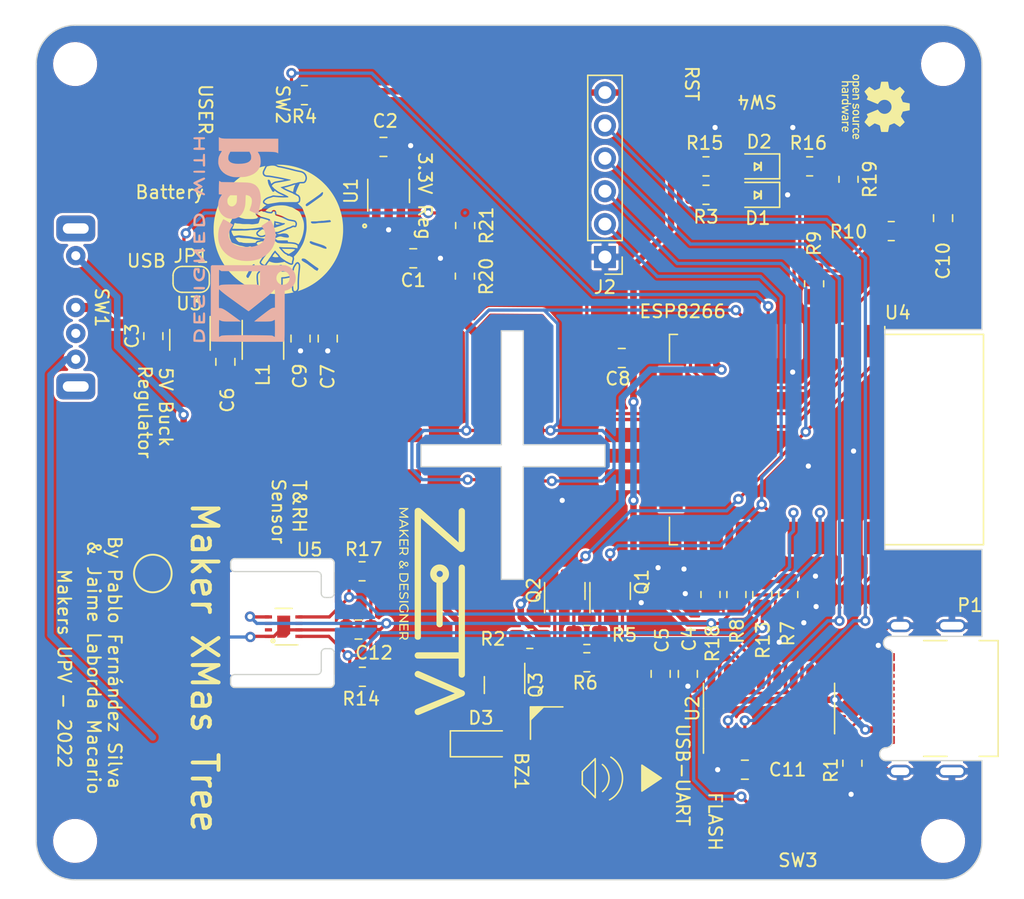
<source format=kicad_pcb>
(kicad_pcb (version 20221018) (generator pcbnew)
  (title_block (comment 4 "AISLER Project ID: BJDXCVPM"))
  (layers (0 "F.Cu" signal) (31 "B.Cu" signal) (34 "B.Paste" user) (35 "F.Paste" user) (36 "B.SilkS" user "B.Silkscreen") (37 "F.SilkS" user "F.Silkscreen") (38 "B.Mask" user) (39 "F.Mask" user) (44 "Edge.Cuts" user))
  (property "AUTHOR_1" "Pablo Fernández Silva")
  (property "AUTHOR_2" "Jaime Laborda")
  (property "AUTHOR_3" "")
  (property "SUBTITLE" "Base")
  (net 0 "")
  (net 1 "+5V")
  (net 2 "GND")
  (net 3 "+3.3V")
  (net 4 "VCC")
  (net 5 "Net-(BZ1-+)")
  (net 6 "/nRST")
  (net 7 "/GPIO16")
  (net 8 "Net-(U3-SW)")
  (net 9 "Net-(U3-BST)")
  (net 10 "/D+")
  (net 11 "/D-")
  (net 12 "Net-(U2-V3)")
  (net 13 "Net-(D1-A)")
  (net 14 "/GPIO0")
  (net 15 "Net-(D2-A)")
  (net 16 "/RX")
  (net 17 "Net-(R13-Pad1)")
  (net 18 "/TX")
  (net 19 "/GPIO2")
  (net 20 "/EN")
  (net 21 "Net-(R16-Pad1)")
  (net 22 "Net-(J1-Pin_2)")
  (net 23 "/GPIO15")
  (net 24 "/SCL")
  (net 25 "/SDA")
  (net 26 "/DIN")
  (net 27 "/BUTTON")
  (net 28 "Net-(P1-CC)")
  (net 30 "Net-(Q1-B)")
  (net 31 "/BUZZER")
  (net 32 "Net-(Q1-E)")
  (net 33 "Net-(Q2-B)")
  (net 34 "Net-(Q2-E)")
  (net 35 "Net-(Q3-B)")
  (net 36 "VBUS")
  (net 37 "/LED")
  (net 38 "/VBATT")
  (footprint "Capacitor_SMD:C_0805_2012Metric" (layer "F.Cu") (at 127.5 86.2 -90)
    (fp_text reference "C7")
    (fp_text value "10uF")
  )
  (footprint "Resistor_SMD:R_0805_2012Metric_Pad1.20x1.40mm_HandSolder" (layer "F.Cu") (at 138.11 77.47 -90)
    (fp_text reference "R21")
    (fp_text value "10k")
  )
  (footprint "Capacitor_SMD:C_0805_2012Metric" (layer "F.Cu") (at 155.3 112.1 -90)
    (fp_text reference "C4")
    (fp_text value "0.1uF")
  )
  (footprint "Library:Pad_tree_Data" (layer "F.Cu") (at 140.1 96.9)
    (fp_text reference "J6" hide)
    (fp_text value "Conn_01x01")
  )
  (footprint "MountingHole:MountingHole_3.2mm_M3_ISO7380" (layer "F.Cu") (at 175 125)
    (fp_text reference "H3" hide)
    (fp_text value "MountingHole")
  )
  (footprint "LOGO" (layer "F.Cu") (at 135.55 107.275 -90)
    (fp_text reference "G***" hide)
    (fp_text value "LOGO" hide)
  )
  (footprint "LED_SMD:LED_0805_2012Metric" (layer "F.Cu") (at 160.7 72.9 180)
    (fp_text reference "D2")
    (fp_text value "LED")
  )
  (footprint "Library:Pad_tree_PS" (layer "F.Cu") (at 140.1 87.7)
    (fp_text reference "J10" hide)
    (fp_text value "Conn_01x01")
  )
  (footprint "Capacitor_SMD:C_0805_2012Metric" (layer "F.Cu") (at 114.04 86.01 -90)
    (fp_text reference "C3")
    (fp_text value "10uF")
  )
  (footprint "Capacitor_SMD:C_0805_2012Metric" (layer "F.Cu") (at 153.2 112.1 -90)
    (fp_text reference "C5")
    (fp_text value "1uF")
  )
  (footprint "Resistor_SMD:R_0805_2012Metric_Pad1.20x1.40mm_HandSolder" (layer "F.Cu") (at 156.7 72.9 180)
    (fp_text reference "R15")
    (fp_text value "330")
  )
  (footprint "Library:Pad_tree_PS" (layer "F.Cu") (at 143.4 90.7)
    (fp_text reference "J9" hide)
    (fp_text value "Conn_01x01")
  )
  (footprint "LED_SMD:LED_0805_2012Metric" (layer "F.Cu") (at 160.7 75.1 180)
    (fp_text reference "D1")
    (fp_text value "LED")
  )
  (footprint "Capacitor_SMD:C_0805_2012Metric" (layer "F.Cu") (at 125.4 86.2 -90)
    (fp_text reference "C9")
    (fp_text value "10uF")
  )
  (footprint "Resistor_SMD:R_0805_2012Metric_Pad1.20x1.40mm_HandSolder" (layer "F.Cu") (at 168 119 -90)
    (fp_text reference "R1")
    (fp_text value "4.7k")
  )
  (footprint "Resistor_SMD:R_0805_2012Metric_Pad1.20x1.40mm_HandSolder" (layer "F.Cu") (at 159.046 105.97 90)
    (fp_text reference "R8")
    (fp_text value "10k")
  )
  (footprint "Jumper:SolderJumper-2_P1.3mm_Open_RoundedPad1.0x1.5mm" (layer "F.Cu") (at 116.96 81.63)
    (fp_text reference "JP1")
    (fp_text value "SolderJumper_2_Open")
  )
  (footprint "Package_TO_SOT_SMD:SOT-23" (layer "F.Cu") (at 149.3 105.7 90)
    (fp_text reference "Q1")
    (fp_text value "S8050")
  )
  (footprint "Inductor_SMD:L_Taiyo-Yuden_MD-3030" (layer "F.Cu") (at 122.5 86.3 90)
    (fp_text reference "L1")
    (fp_text value "4.7u")
  )
  (footprint "Capacitor_SMD:C_0805_2012Metric" (layer "F.Cu") (at 134.1 80)
    (fp_text reference "C1")
    (fp_text value "10uF")
  )
  (footprint "Resistor_SMD:R_0805_2012Metric_Pad1.20x1.40mm_HandSolder" (layer "F.Cu") (at 130.175 112.325)
    (fp_text reference "R14")
    (fp_text value "10k")
  )
  (footprint "Sensor_Humidity:Sensirion_DFN-8-1EP_2.5x2.5mm_P0.5mm_EP1.1x1.7mm" (layer "F.Cu") (at 124.1 108.45 180)
    (fp_text reference "U5")
    (fp_text value "SHT31-DIS")
  )
  (footprint "MountingHole:MountingHole_3.2mm_M3_ISO7380" (layer "F.Cu") (at 175 65)
    (fp_text reference "H2" hide)
    (fp_text value "MountingHole")
  )
  (footprint "Resistor_SMD:R_0805_2012Metric_Pad1.20x1.40mm_HandSolder" (layer "F.Cu") (at 157.046 105.97 90)
    (fp_text reference "R18")
    (fp_text value "10k")
  )
  (footprint "Resistor_SMD:R_0805_2012Metric_Pad1.20x1.40mm_HandSolder" (layer "F.Cu") (at 171 77.9)
    (fp_text reference "R10")
    (fp_text value "10k")
  )
  (footprint "Resistor_SMD:R_0805_2012Metric_Pad1.20x1.40mm_HandSolder" (layer "F.Cu") (at 163.046 105.97 90)
    (fp_text reference "R7")
    (fp_text value "10k")
  )
  (footprint "Resistor_SMD:R_0805_2012Metric_Pad1.20x1.40mm_HandSolder" (layer "F.Cu") (at 164.7 72.9 180)
    (fp_text reference "R16")
    (fp_text value "330")
  )
  (footprint "Library:3PSwitch_Cheap" (layer "F.Cu") (at 106.3 83.8 -90)
    (fp_text reference "SW1")
    (fp_text value "SW_DP3T")
  )
  (footprint "Resistor_SMD:R_0805_2012Metric_Pad1.20x1.40mm_HandSolder" (layer "F.Cu") (at 147.5 111.2)
    (fp_text reference "R6")
    (fp_text value "10k")
  )
  (footprint "Resistor_SMD:R_0805_2012Metric_Pad1.20x1.40mm_HandSolder" (layer "F.Cu") (at 156.7 75.1 180)
    (fp_text reference "R3")
    (fp_text value "330")
  )
  (footprint "Library:Pad_tree_Data" (layer "F.Cu") (at 140.1 93.6)
    (fp_text reference "J3" hide)
    (fp_text value "Conn_01x01")
  )
  (footprint "Library:Pad_tree_PS" (layer "F.Cu") (at 140.1 102.7)
    (fp_text reference "J13" hide)
    (fp_text value "Conn_01x01")
  )
  (footprint "Resistor_SMD:R_0805_2012Metric_Pad1.20x1.40mm_HandSolder" (layer "F.Cu") (at 138.09 81.38 -90)
    (fp_text reference "R20")
    (fp_text value "4.7k")
  )
  (footprint "Library:Pad_tree_PS" (layer "F.Cu") (at 143.4 99.7)
    (fp_text reference "J14" hide)
    (fp_text value "Conn_01x01")
  )
  (footprint "Package_SO:SOIC-16_3.9x9.9mm_P1.27mm" (layer "F.Cu") (at 161.565 114.775 90)
    (fp_text reference "U2")
    (fp_text value "CH340C")
  )
  (footprint "LOGO" (layer "F.Cu") (at 169.8 68.3 -90)
    (fp_text reference "G***" hide)
    (fp_text value "LOGO" hide)
  )
  (footprint "Resistor_SMD:R_0805_2012Metric_Pad1.20x1.40mm_HandSolder" (layer "F.Cu") (at 161.046 105.97 90)
    (fp_text reference "R13")
    (fp_text value "330")
  )
  (footprint "Library:Pad_tree_Data" (layer "F.Cu") (at 143.4 93.6)
    (fp_text reference "J4" hide)
    (fp_text value "Conn_01x01")
  )
  (footprint "RF_Module:ESP-12E" (layer "F.Cu") (at 166 94 -90)
    (fp_text reference "U4")
    (fp_text value "ESP-12F")
  )
  (footprint "Diode_SMD:D_SOD-123" (layer "F.Cu") (at 139.325 117.5)
    (fp_text reference "D3")
    (fp_text value "SD103AW")
  )
  (footprint "Capacitor_SMD:C_0805_2012Metric" (layer "F.Cu") (at 175 76.9 90)
    (fp_text reference "C10")
    (fp_text value "470pF")
  )
  (footprint "Library:Pad_tree_PS" (layer "F.Cu") (at 143.4 102.7)
    (fp_text reference "J12" hide)
    (fp_text value "Conn_01x01")
  )
  (footprint "Package_TO_SOT_SMD:SOT-23-5_HandSoldering" (layer "F.Cu") (at 132.2 74.8 90)
    (fp_text reference "U1")
    (fp_text value "NCP115AMX120TCG")
  )
  (footprint "Package_TO_SOT_SMD:SOT-23" (layer "F.Cu") (at 141.15 112.9625 -90)
    (fp_text reference "Q3")
    (fp_text value "S8050")
  )
  (footprint "LOGO" (layer "F.Cu") (at 123.69 77.77 -90)
    (fp_text reference "G***" hide)
    (fp_text value "LOGO" hide)
  )
  (footprint "Library:Pad_tree_PS" (layer "F.Cu") (at 140.1 90.7)
    (fp_text reference "J8" hide)
    (fp_text value "Conn_01x01")
  )
  (footprint "Resistor_SMD:R_0805_2012Metric_Pad1.20x1.40mm_HandSolder" (layer "F.Cu") (at 125.7 67.4 180)
    (fp_text reference "R4")
    (fp_text value "10k")
  )
  (footprint "Resistor_SMD:R_0805_2012Metric_Pad1.20x1.40mm_HandSolder" (layer "F.Cu") (at 130.15 104.175)
    (fp_text reference "R17")
    (fp_text value "10k")
  )
  (footprint "Library:USB C Molex" (layer "F.Cu") (at 174.17 114 90)
    (fp_text reference "P1")
    (fp_text value "USB_C_Plug_USB2.0")
  )
  (footprint "MountingHole:MountingHole_3.2mm_M3_ISO7380" (layer "F.Cu") (at 108 65)
    (fp_text reference "H4" hide)
    (fp_text value "MountingHole")
  )
  (footprint "Library:Button" (layer "F.Cu") (at 121.025 68.125 -90)
    (fp_text reference "SW2")
    (fp_text value "SW_Push")
  )
  (footprint "Library:Buzzer" (layer "F.Cu") (at 148.65 120.15)
    (fp_text reference "BZ1")
    (fp_text value "Buzzer")
  )
  (footprint "Capacitor_SMD:C_0805_2012Metric" (layer "F.Cu") (at 150.2 87.7)
    (fp_text reference "C8")
    (fp_text value "10uF")
  )
  (footprint "Library:Pad_tree_PS" (layer "F.Cu") (at 143.4 87.7)
    (fp_text reference "J7" hide)
    (fp_text value "Conn_01x01")
  )
  (footprint "Resistor_SMD:R_0805_2012Metric_Pad1.20x1.40mm_HandSolder" (layer "F.Cu") (at 165.046 81.97 -90)
    (fp_text reference "R9")
    (fp_text value "10k")
  )
  (footprint "Connector_PinHeader_2.54mm:PinHeader_1x06_P2.54mm_Vertical" (layer "F.Cu") (at 148.9 79.9 180)
    (fp_text reference "J2")
    (fp_text value "Conn_01x06_Female")
  )
  (footprint "Library:Button" (layer "F.Cu") (at 163.8 123.65)
    (fp_text reference "SW3")
    (fp_text value "SW_Push")
  )
  (footprint "Resistor_SMD:R_0805_2012Metric_Pad1.20x1.40mm_HandSolder" (layer "F.Cu") (at 167.7 73.9 -90)
    (fp_text reference "R19")
    (fp_text value "330")
  )
  (footprint "Library:Pad_tree_Data" (layer "F.Cu") (at 143.4 96.9)
    (fp_text reference "J5" hide)
    (fp_text value "Conn_01x01")
  )
  (footprint "Package_TO_SOT_SMD:SOT-23" (layer "F.Cu") (at 145.8 105.7 90)
    (fp_text reference "Q2")
    (fp_text value "S8050")
  )
  (footprint "Library:Pad_tree_PS" (layer "F.Cu") (at 140.1 99.7)
    (fp_text reference "J11" hide)
    (fp_text value "Conn_01x01")
  )
  (footprint "MountingHole:MountingHole_3.2mm_M3_ISO7380" (layer "F.Cu") (at 108 125)
    (fp_text reference "H1" hide)
    (fp_text value "MountingHole")
  )
  (footprint "Capacitor_SMD:C_0805_2012Metric" (layer "F.Cu") (at 129.875 108.675 180)
    (fp_text reference "C12")
    (fp_text value "0.1uF")
  )
  (footprint "Capacitor_SMD:C_0805_2012Metric" (layer "F.Cu") (at 119.6 88 90)
    (fp_text reference "C6")
    (fp_text value "100nF")
  )
  (footprint "Package_TO_SOT_SMD:TSOT-23-6" (layer "F.Cu") (at 116.866 86.3 -90)
    (fp_text reference "U3")
    (fp_text value "AP63205WU")
  )
  (footprint "Capacitor_SMD:C_0805_2012Metric" (layer "F.Cu") (at 131.8 71.4)
    (fp_text reference "C2")
    (fp_text value "10uF")
  )
  (footprint "Resistor_SMD:R_0805_2012Metric_Pad1.20x1.40mm_HandSolder" (layer "F.Cu") (at 147.5 109.1 180)
    (fp_text reference "R5")
    (fp_text value "10k")
  )
  (footprint "Capacitor_SMD:C_0805_2012Metric" (layer "F.Cu") (at 159.7 119.5 180)
    (fp_text reference "C11")
    (fp_text value "0.1uF")
  )
  (footprint "Library:Button" (layer "F.Cu") (at 160.6 65.9 180)
    (fp_text reference "SW4")
    (fp_text value "SW_Push")
  )
  (footprint "Resistor_SMD:R_0805_2012Metric_Pad1.20x1.40mm_HandSolder" (layer "F.Cu") (at 143.1 109.4)
    (fp_text reference "R2")
    (fp_text value "330")
  )
  (footprint "LOGO" (layer "B.Cu") (at 121.04 78.68 90)
    (fp_text reference "G***" hide)
    (fp_text value "LOGO" hide)
  )
  (gr_line (start 160.45 73.2) (end 160.95 72.9) (stroke (width 0.15)) (layer "F.SilkS"))
  (gr_circle (center 114 104.346556) (end 115.3 104.996556) (stroke (width 0.15)) (fill none) (layer "F.SilkS"))
  (gr_circle (center 123.275 109.55) (end 123.325 109.55) (stroke (width 0.15)) (fill none) (layer "F.SilkS"))
  (gr_line (start 160.95 75.1) (end 160.45 74.85) (stroke (width 0.15)) (layer "F.SilkS"))
  (gr_circle (center 130.35 77.5) (end 130.4 77.5) (stroke (width 0.15)) (fill none) (layer "F.SilkS"))
  (gr_line (start 160.95 74.8) (end 160.95 75.4) (stroke (width 0.15)) (layer "F.SilkS"))
  (gr_line (start 160.45 74.85) (end 160.45 75.4) (stroke (width 0.15)) (layer "F.SilkS"))
  (gr_line (start 160.95 72.6) (end 160.95 73.2) (stroke (width 0.15)) (layer "F.SilkS"))
  (gr_line (start 160.45 72.65) (end 160.45 73.2) (stroke (width 0.15)) (layer "F.SilkS"))
  (gr_line (start 160.95 72.9) (end 160.45 72.65) (stroke (width 0.15)) (layer "F.SilkS"))
  (gr_line (start 160.45 75.4) (end 160.95 75.1) (stroke (width 0.15)) (layer "F.SilkS"))
  (gr_arc (start 127.65 110.15) (mid 127.887132 110.227513) (end 128 110.45) (stroke (width 0.1)) (layer "Edge.Cuts"))
  (gr_line (start 178 125) (end 178 118.8) (stroke (width 0.1)) (layer "Edge.Cuts"))
  (gr_arc (start 108 128) (mid 105.87868 127.12132) (end 105 125) (stroke (width 0.1)) (layer "Edge.Cuts"))
  (gr_line (start 148.9 96.1) (end 142.6 96.1) (stroke (width 0.1)) (layer "Edge.Cuts"))
  (gr_arc (start 175 62) (mid 177.12132 62.87868) (end 178 65) (stroke (width 0.1)) (layer "Edge.Cuts"))
  (gr_line (start 120.35 104.2) (end 126.7 104.2) (stroke (width 0.1)) (layer "Edge.Cuts"))
  (gr_line (start 178 85.5) (end 178 65) (stroke (width 0.1)) (layer "Edge.Cuts"))
  (gr_arc (start 128 112.8) (mid 127.902439 113.052439) (end 127.65 113.15) (stroke (width 0.1)) (layer "Edge.Cuts"))
  (gr_arc (start 120.35 104.2) (mid 120.097559 104.102441) (end 120 103.85) (stroke (width 0.1)) (layer "Edge.Cuts"))
  (gr_line (start 178 118.8) (end 170.6 118.8) (stroke (width 0.1)) (layer "Edge.Cuts"))
  (gr_line (start 140.9 104.8) (end 140.9 96.1) (stroke (width 0.1)) (layer "Edge.Cuts"))
  (gr_line (start 142.6 104.8) (end 140.9 104.8) (stroke (width 0.1)) (layer "Edge.Cuts"))
  (gr_line (start 127.3 106.2) (end 127.65 106.2) (stroke (width 0.1)) (layer "Edge.Cuts"))
  (gr_arc (start 120 112.5) (mid 120.097559 112.247559) (end 120.35 112.15) (stroke (width 0.1)) (layer "Edge.Cuts"))
  (gr_line (start 140.9 96.1) (end 134.7 96.1) (stroke (width 0.1)) (layer "Edge.Cuts"))
  (gr_arc (start 170.6 118.8) (mid 170.1 118.3) (end 170.6 117.8) (stroke (width 0.1)) (layer "Edge.Cuts"))
  (gr_line (start 120 112.85) (end 120 112.5) (stroke (width 0.1)) (layer "Edge.Cuts"))
  (gr_line (start 140.9 94.4) (end 140.9 85.6) (stroke (width 0.1)) (layer "Edge.Cuts"))
  (gr_arc (start 120 103.5) (mid 120.112868 103.277513) (end 120.35 103.2) (stroke (width 0.1)) (layer "Edge.Cuts"))
  (gr_line (start 142.6 85.6) (end 142.6 94.4) (stroke (width 0.1)) (layer "Edge.Cuts"))
  (gr_line (start 170.5 85.5) (end 178 85.5) (stroke (width 0.1)) (layer "Edge.Cuts"))
  (gr_line (start 134.7 96.1) (end 134.7 94.4) (stroke (width 0.1)) (layer "Edge.Cuts"))
  (gr_line (start 134.7 94.4) (end 140.9 94.4) (stroke (width 0.1)) (layer "Edge.Cuts"))
  (gr_arc (start 126.7 104.2) (mid 126.922487 104.312868) (end 127 104.55) (stroke (width 0.1)) (layer "Edge.Cuts"))
  (gr_arc (start 105 65) (mid 105.87868 62.87868) (end 108 62) (stroke (width 0.1)) (layer "Edge.Cuts"))
  (gr_arc (start 171.1 117.4) (mid 170.912526 117.67817) (end 170.6 117.8) (stroke (width 0.1)) (layer "Edge.Cuts"))
  (gr_line (start 128 105.9) (end 128 103.55) (stroke (width 0.1)) (layer "Edge.Cuts"))
  (gr_line (start 171.1 117.4) (end 171.1 110.6) (stroke (width 0.1)) (layer "Edge.Cuts"))
  (gr_line (start 142.6 96.1) (end 142.6 104.8) (stroke (width 0.1)) (layer "Edge.Cuts"))
  (gr_line (start 178 109.2) (end 178 102.5) (stroke (width 0.1)) (layer "Edge.Cuts"))
  (gr_line (start 140.9 85.6) (end 142.6 85.6) (stroke (width 0.1)) (layer "Edge.Cuts"))
  (gr_line (start 148.9 94.4) (end 148.9 96.1) (stroke (width 0.1)) (layer "Edge.Cuts"))
  (gr_line (start 105 65) (end 105 125) (stroke (width 0.1)) (layer "Edge.Cuts"))
  (gr_line (start 108 128) (end 175 128) (stroke (width 0.1)) (layer "Edge.Cuts"))
  (gr_line (start 170.5 102.5) (end 170.5 85.5) (stroke (width 0.1)) (layer "Edge.Cuts"))
  (gr_line (start 178 102.5) (end 170.5 102.5) (stroke (width 0.1)) (layer "Edge.Cuts"))
  (gr_line (start 120.35 112.15) (end 126.7 112.15) (stroke (width 0.1)) (layer "Edge.Cuts"))
  (gr_line (start 128 110.45) (end 128 112.8) (stroke (width 0.1)) (layer "Edge.Cuts"))
  (gr_arc (start 170.8 110.2) (mid 170.397506 109.654751) (end 170.9 109.2) (stroke (width 0.1)) (layer "Edge.Cuts"))
  (gr_arc (start 127 111.8) (mid 126.922487 112.037132) (end 126.7 112.15) (stroke (width 0.1)) (layer "Edge.Cuts"))
  (gr_line (start 170.9 109.2) (end 178 109.2) (stroke (width 0.1)) (layer "Edge.Cuts"))
  (gr_line (start 127.65 113.15) (end 120.35 113.15) (stroke (width 0.1)) (layer "Edge.Cuts"))
  (gr_arc (start 127.65 103.2) (mid 127.902444 103.297556) (end 128 103.55) (stroke (width 0.1)) (layer "Edge.Cuts"))
  (gr_line (start 127 111.8) (end 127 110.5) (stroke (width 0.1)) (layer "Edge.Cuts"))
  (gr_line (start 127.3 110.15) (end 127.65 110.15) (stroke (width 0.1)) (layer "Edge.Cuts"))
  (gr_line (start 175 62) (end 108 62) (stroke (width 0.1)) (layer "Edge.Cuts"))
  (gr_arc (start 127.3 106.2) (mid 127.077513 106.087132) (end 127 105.85) (stroke (width 0.1)) (layer "Edge.Cuts"))
  (gr_arc (start 120.35 113.15) (mid 120.112868 113.072487) (end 120 112.85) (stroke (width 0.1)) (layer "Edge.Cuts"))
  (gr_arc (start 178 125) (mid 177.12132 127.12132) (end 175 128) (stroke (width 0.1)) (layer "Edge.Cuts"))
  (gr_arc (start 128 105.9) (mid 127.887132 106.122487) (end 127.65 106.2) (stroke (width 0.1)) (layer "Edge.Cuts"))
  (gr_line (start 120 103.5) (end 120 103.85) (stroke (width 0.1)) (layer "Edge.Cuts"))
  (gr_line (start 127 104.55) (end 127 105.85) (stroke (width 0.1)) (layer "Edge.Cuts"))
  (gr_line (start 127.65 103.2) (end 120.35 103.2) (stroke (width 0.1)) (layer "Edge.Cuts"))
  (gr_arc (start 170.8 110.2) (mid 171.022889 110.345327) (end 171.1 110.6) (stroke (width 0.1)) (layer "Edge.Cuts"))
  (gr_line (start 142.6 94.4) (end 148.9 94.4) (stroke (width 0.1)) (layer "Edge.Cuts"))
  (gr_arc (start 127 110.5) (mid 127.077513 110.262868) (end 127.3 110.15) (stroke (width 0.1)) (layer "Edge.Cuts"))
  (gr_text "T&RH \nSensor" (at 124.5 99.55 270) (layer "F.SilkS") (effects (font (size 1 1))))
  (gr_text "5V Buck \nRegulator\n" (at 114.19 91.88 270) (layer "F.SilkS") (effects (font (size 1 1))))
  (gr_text "RST" (at 155.6 66.5 270) (layer "F.SilkS") (effects (font (size 1 1))))
  (gr_text "By Pablo Fernández Silva \n& Jaime Laborda Macario\n" (at 110.25 111.6 270) (layer "F.SilkS") (effects (font (size 1 1))))
  (gr_text "FLASH\n" (at 157.4 123.5 270) (layer "F.SilkS") (effects (font (size 1 1))))
  (gr_text "Battery" (at 115.3 74.9) (layer "F.SilkS") (effects (font (size 1 1))))
  (gr_text "3.3V Reg" (at 135 75.2 270) (layer "F.SilkS") (effects (font (size 1 1))))
  (gr_text "USB" (at 113.5 80.2) (layer "F.SilkS") (effects (font (size 1 1))))
  (gr_text "Makers UPV - 2022" (at 107.16 111.69 270) (layer "F.SilkS") (effects (font (size 1 1))))
  (gr_text "USB-UART" (at 154.9 119.9 270) (layer "F.SilkS") (effects (font (size 1 1))))
  (gr_text "ESP8266" (at 154.9 84.1) (layer "F.SilkS") (effects (font (size 1 1))))
  (gr_text "USER" (at 118.05 68.5 270) (layer "F.SilkS") (effects (font (size 1 1))))
  (gr_text "Maker XMas Tree" (at 117.98 111.61 270) (layer "F.SilkS") (effects (font (size 2 2) (thickness 0.3))))
  (segment (start 130.975 101.45) (end 130.975 87.675) (width 0.5) (layer "F.Cu") (net 1))
  (segment (start 133.1 77.8) (end 133.1 79.4) (width 0.5) (layer "F.Cu") (net 1))
  (segment (start 133.05 76.76) (end 133.1 76.81) (width 0.5) (layer "F.Cu") (net 1))
  (segment (start 147 118.5) (end 147 125.35) (width 0.5) (layer "F.Cu") (net 1))
  (segment (start 137.575 124.775) (end 137.575 108.05) (width 0.5) (layer "F.Cu") (net 1))
  (segment (start 131.25 78.95) (end 131.25 76.15) (width 0.5) (layer "F.Cu") (net 1))
  (segment (start 147 125.35) (end 146.25 126.1) (width 0.5) (layer "F.Cu") (net 1))
  (segment (start 128.55 85.25) (end 127.5 85.25) (width 0.5) (layer "F.Cu") (net 1))
  (segment (start 133.15 80) (end 140.1 86.95) (width 0.7) (layer "F.Cu") (net 1))
  (segment (start 117.816 85.1625) (end 117.816 81.836) (width 0.7) (layer "F.Cu") (net 1))
  (segment (start 133.1 76.81) (end 133.1 77.8) (width 0.5) (layer "F.Cu") (net 1))
  (segment (start 127.675 85.2) (end 132.425 80.45) (width 0.7) (layer "F.Cu") (net 1))
  (segment (start 132.425 80.45) (end 133.05 80.45) (width 0.7) (layer "F.Cu") (net 1))
  (segment (start 133.15 80) (end 132.3 80) (width 0.5) (layer "F.Cu") (net 1))
  (segment (start 137.575 108.05) (end 130.975 101.45) (width 0.5) (layer "F.Cu") (net 1))
  (segment (start 117.816 81.836) (end 117.61 81.63) (width 0.7) (layer "F.Cu") (net 1))
  (segment (start 122.1625 85.1625) (end 122.2 85.2) (width 0.7) (layer "F.Cu") (net 1))
  (segment (start 133.1 79.4) (end 133.05 79.45) (width 0.5) (layer "F.Cu") (net 1))
  (segment (start 122.2 85.2) (end 127.675 85.2) (width 0.7) (layer "F.Cu") (net 1))
  (segment (start 140.1 86.95) (end 140.1 87.7) (width 0.7) (layer "F.Cu") (net 1))
  (segment (start 117.816 85.1625) (end 122.1625 85.1625) (width 0.7) (layer "F.Cu") (net 1))
  (segment (start 130.975 87.675) (end 128.55 85.25) (width 0.5) (layer "F.Cu") (net 1))
  (segment (start 138.9 126.1) (end 137.575 124.775) (width 0.5) (layer "F.Cu") (net 1))
  (segment (start 144.9 116.4) (end 147 118.5) (width 0.5) (layer "F.Cu") (net 1))
  (segment (start 132.3 80) (end 131.25 78.95) (width 0.5) (layer "F.Cu") (net 1))
  (segment (start 146.25 126.1) (end 138.9 126.1) (width 0.5) (layer "F.Cu") (net 1))
  (segment (start 169.9 118.668057) (end 170.964308 119.732365) (width 0.25) (layer "F.Cu") (net 2))
  (segment (start 124.1 108.45) (end 124.35 108.7) (width 0.25) (layer "F.Cu") (net 2))
  (segment (start 128.9 108.7) (end 125.275 108.7) (width 0.25) (layer "F.Cu") (net 2))
  (segment (start 170.49 110.39) (end 170 109.9) (width 0.25) (layer "F.Cu") (net 2))
  (segment (start 124.35 108.7) (end 125.275 108.7) (width 0.25) (layer "F.Cu") (net 2))
  (segment (start 122.925 109.2) (end 121.575 109.2) (width 0.25) (layer "F.Cu") (net 2))
  (segment (start 121.575 109.2) (end 121.525 109.25) (width 0.25) (layer "F.Cu") (net 2))
  (segment (start 170.49 110.8) (end 170.49 110.39) (width 0.25) (layer "F.Cu") (net 2))
  (segment (start 123.35 109.2) (end 124.1 108.45) (width 0.25) (layer "F.Cu") (net 2))
  (segment (start 170 109.9) (end 170 109.249308) (width 0.25) (layer "F.Cu") (net 2))
  (segment (start 170.1 117.2) (end 169.9 117.4) (width 0.25) (layer "F.Cu") (net 2))
  (segment (start 170 109.249308) (end 170.964308 108.285) (width 0.25) (layer "F.Cu") (net 2))
  (segment (start 170.49 117.2) (end 170.1 117.2) (width 0.25) (layer "F.Cu") (net 2))
  (segment (start 128.925 108.675) (end 128.9 108.7) (width 0.25) (layer "F.Cu") (net 2))
  (segment (start 122.925 109.2) (end 123.35 109.2) (width 0.25) (layer "F.Cu") (net 2))
  (segment (start 169.9 117.4) (end 169.9 118.668057) (width 0.25) (layer "F.Cu") (net 2))
  (via (at 163.39 88.79) (size 0.8) (drill 0.4) (layers "F.Cu" "B.Cu") (net 2))
  (via (at 168.09 94.89) (size 0.8) (drill 0.4) (layers "F.Cu" "B.Cu") (net 2))
  (via (at 155 104) (size 0.8) (drill 0.4) (layers "F.Cu" "B.Cu") (net 2))
  (via (at 165.15 104.55) (size 0.8) (drill 0.4) (layers "F.Cu" "B.Cu") (net 2))
  (via (at 167.9 121.4) (size 0.8) (drill 0.4) (layers "F.Cu" "B.Cu") (net 2))
  (via (at 157.4 69.9) (size 0.8) (drill 0.4) (layers "F.Cu" "B.Cu") (net 2))
  (via (at 125.4 87.15) (size 0.8) (drill 0.4) (layers "F.Cu" "B.Cu") (net 2))
  (via (at 157.6 119.5) (size 0.8) (drill 0.4) (layers "F.Cu" "B.Cu") (net 2))
  (via (at 155.1 105.9) (size 0.8) (drill 0.4) (layers "F.Cu" "B.Cu") (net 2))
  (via (at 170 109.9) (size 0.8) (drill 0.4) (layers "F.Cu" "B.Cu") (net 2))
  (via (at 133.9 71.3) (size 0.8) (drill 0.4) (layers "F.Cu" "B.Cu") (net 2))
  (via (at 163 75.1) (size 0.8) (drill 0.4) (layers "F.Cu" "B.Cu") (net 2))
  (via (at 127.5 87.15) (size 0.8) (drill 0.4) (layers "F.Cu" "B.Cu") (net 2))
  (via (at 153 103.9) (size 0.8) (drill 0.4) (layers "F.Cu" "B.Cu") (net 2))
  (via (at 132.2 77.8) (size 0.8) (drill 0.4) (layers "F.Cu" "B.Cu") (net 2))
  (via (at 165.2 106.9) (size 0.8) (drill 0.4) (layers "F.Cu" "B.Cu") (net 2))
  (via (at 145.6 98.7) (size 0.8) (drill 0.4) (layers "F.Cu" "B.Cu") (net 2))
  (via (at 136.2 80) (size 0.8) (drill 0.4) (layers "F.Cu" "B.Cu") (net 2))
  (via (at 162.35 109.65) (size 0.8) (drill 0.4) (layers "F.Cu" "B.Cu") (net 2))
  (via (at 151.7 106.6) (size 0.8) (drill 0.4) (layers "F.Cu" "B.Cu") (net 2))
  (via (at 155.3 113.05) (size 0.8) (drill 0.4) (layers "F.Cu" "B.Cu") (net 2))
  (via (at 164.6 96.05) (size 0.8) (drill 0.4) (layers "F.Cu" "B.Cu") (net 2))
  (via (at 163.4 69.9) (size 0.8) (drill 0.4) (layers "F.Cu" "B.Cu") (net 2))
  (via (at 164.25 108.15) (size 0.8) (drill 0.4) (layers "F.Cu" "B.Cu") (net 2))
  (via (at 121.525 109.25) (size 0.8) (drill 0.4) (layers "F.Cu" "B.Cu") (net 2))
  (segment (start 118.95 109.25) (end 114 104.3) (width 0.25) (layer "B.Cu") (net 2))
  (segment (start 121.525 109.25) (end 118.95 109.25) (width 0.25) (layer "B.Cu") (net 2))
  (segment (start 155.5 88.5) (end 155.5 86.4) (width 0.25) (layer "F.Cu") (net 3))
  (segment (start 148.9 67.2) (end 146.2 67.2) (width 0.5) (layer "F.Cu") (net 3))
  (segment (start 131.55 108.675) (end 130.825 108.675) (width 0.25) (layer "F.Cu") (net 3))
  (segment (start 155.5 73.1) (end 155.7 72.9) (width 0.5) (layer "F.Cu") (net 3))
  (segment (start 157.816 108.2) (end 159.046 106.97) (width 0.25) (layer "F.Cu") (net 3))
  (segment (start 137.4 70) (end 134.5 67.1) (width 0.5) (layer "F.Cu") (net 3))
  (segment (start 130.825 104.5) (end 131.15 104.175) (width 0.25) (layer "F.Cu") (net 3))
  (segment (start 131.175 112.325) (end 130.825 111.975) (width 0.25) (layer "F.Cu") (net 3))
  (segment (start 130.8 71.4) (end 130.85 71.4) (width 0.5) (layer "F.Cu") (net 3))
  (segment (start 160.016 106) (end 163 106) (width 0.25) (layer "F.Cu") (net 3))
  (segment (start 122.925 107.7) (end 121.725 107.7) (width 0.25) (layer "F.Cu") (net 3))
  (segment (start 131.25 71.8) (end 130.85 71.4) (width 0.5) (layer "F.Cu") (net 3))
  (segment (start 126.7 67.4) (end 126.8 67.4) (width 0.5) (layer "F.Cu") (net 3))
  (segment (start 148.9 67.2) (end 151.2 67.2) (width 0.5) (layer "F.Cu") (net 3))
  (segment (start 151.1 82.9) (end 151.1 91.1) (width 0.5) (layer "F.Cu") (net 3))
  (segment (start 165.046 80.97) (end 166.325 82.249) (width 0.25) (layer "F.Cu") (net 3))
  (segment (start 154 77.7) (end 151.1 80.6) (width 0.5) (layer "F.Cu") (net 3))
  (segment (start 126.8 67.4) (end 130.8 71.4) (width 0.5) (layer "F.Cu") (net 3))
  (segment (start 151.1 91.1) (end 151.1 87.9) (width 0.5) (layer "F.Cu") (net 3))
  (segment (start 157.1 108.2) (end 155.3 108.2) (width 0.5) (layer "F.Cu") (net 3))
  (segment (start 152.6 86.4) (end 155.5 86.4) (width 0.5) (layer "F.Cu") (net 3))
  (segment (start 166.93 80.97) (end 170 77.9) (width 0.25) (layer "F.Cu") (net 3))
  (segment (start 151.1 87.9) (end 152.6 86.4) (width 0.5) (layer "F.Cu") (net 3))
  (segment (start 132.025 108.2) (end 131.55 108.675) (width 0.25) (layer "F.Cu") (net 3))
  (segment (start 157 90) (end 155.5 88.5) (width 0.25) (layer "F.Cu") (net 3))
  (segment (start 146.2 67.2) (end 143.4 70) (width 0.5) (layer "F.Cu") (net 3))
  (segment (start 154 73.1) (end 154 77.7) (width 0.5) (layer "F.Cu") (net 3))
  (segment (start 155.3 108.2) (end 151.1 104) (width 0.5) (layer "F.Cu") (net 3))
  (segment (start 143.4 70) (end 137.4 70) (width 0.5) (layer "F.Cu") (net 3))
  (segment (start 165.046 80.97) (end 166.93 80.97) (width 0.25) (layer "F.Cu") (net 3))
  (segment (start 151.1 80.6) (end 151.1 83) (width 0.5) (layer "F.Cu") (net 3))
  (segment (start 130.825 111.975) (end 130.825 108.675) (width 0.25) (layer "F.Cu") (net 3))
  (segment (start 151.1 104) (end 151.1 98.7) (width 0.5) (layer "F.Cu") (net 3))
  (segment (start 166.325 87.975) (end 164.3 90) (width 0.25) (layer "F.Cu") (net 3))
  (segment (start 131.25 73.45) (end 131.25 71.8) (width 0.5) (layer "F.Cu") (net 3))
  (segment (start 166.325 82.249) (end 166.325 87.975) (width 0.25) (layer "F.Cu") (net 3))
  (segment (start 164.3 90) (end 157 90) (width 0.25) (layer "F.Cu") (net 3))
  (segment (start 121.5 107.675) (end 121.7 107.725) (width 0.25) (layer "F.Cu") (net 3))
  (segment (start 130.825 108.675) (end 130.825 104.5) (width 0.25) (layer "F.Cu") (net 3))
  (segment (start 151.2 67.2) (end 154 70) (width 0.5) (layer "F.Cu") (net 3))
  (segment (start 154 70) (end 154 73.1) (width 0.5) (layer "F.Cu") (net 3))
  (segment (start 157.1 108.2) (end 157.816 108.2) (width 0.25) (layer "F.Cu") (net 3))
  (segment (start 163 106) (end 163.046 106.046) (width 0.25) (layer "F.Cu") (net 3))
  (segment (start 159.046 106.97) (end 160.016 106) (width 0.25) (layer "F.Cu") (net 3))
  (segment (start 121.725 107.7) (end 121.5 107.675) (width 0.25) (layer "F.Cu") (net 3))
  (segment (start 163.046 106.046) (end 163.046 106.97) (width 0.25) (layer "F.Cu") (net 3))
  (segment (start 134.5 67.1) (end 127 67.1) (width 0.5) (layer "F.Cu") (net 3))
  (segment (start 154 73.1) (end 155.5 73.1) (width 0.5) (layer "F.Cu") (net 3))
  (via (at 157.1 108.2) (size 0.8) (drill 0.4) (layers "F.Cu" "B.Cu") (net 3))
  (via (at 151.1 91.1) (size 0.8) (drill 0.4) (layers "F.Cu" "B.Cu") (net 3))
  (via (at 151.1 98.7) (size 0.8) (drill 0.4) (layers "F.Cu" "B.Cu") (net 3))
  (via (at 132.025 108.2) (size 0.8) (drill 0.4) (layers "F.Cu" "B.Cu") (net 3))
  (via (at 121.5 107.675) (size 0.8) (drill 0.4) (layers "F.Cu" "B.Cu") (net 3))
  (segment (start 122.025 108.2) (end 121.5 107.675) (width 0.25) (layer "B.Cu") (net 3))
  (segment (start 132.025 108.2) (end 122.025 108.2) (width 0.25) (layer "B.Cu") (net 3))
  (segment (start 151.1 98.7) (end 151.1 91.1) (width 0.5) (layer "B.Cu") (net 3))
  (segment (start 132.025 108.2) (end 157.1 108.2) (width 0.25) (layer "B.Cu") (net 3))
  (segment (start 114.1425 85.1625) (end 116.866 85.1625) (width 0.7) (layer "F.Cu") (net 4))
  (segment (start 116.4 78.225) (end 116.4 81.54) (width 0.25) (layer "F.Cu") (net 4))
  (segment (start 116.31 81.63) (end 116.28 81.6) (width 0.7) (layer "F.Cu") (net 4))
  (segment (start 138.08 76.5) (end 138.11 76.47) (width 0.25) (layer "F.Cu") (net 4))
  (segment (start 116.31 81.63) (end 115.02 81.63) (width 0.7) (layer "F.Cu") (net 4))
  (segment (start 114.025 85.045) (end 114.04 85.06) (width 0.7) (layer "F.Cu") (net 4))
  (segment (start 110.935 85.06) (end 109.675 83.8) (width 0.7) (layer "F.Cu") (net 4))
  (segment (start 109.675 83.8) (end 108.05 83.8) (width 0.7) (layer "F.Cu") (net 4))
  (segment (start 135.25 76.5) (end 138.08 76.5) (width 0.25) (layer "F.Cu") (net 4))
  (segment (start 115.02 81.63) (end 114.025 82.625) (width 0.7) (layer "F.Cu") (net 4))
  (segment (start 116.4 81.54) (end 116.31 81.63) (width 0.25) (layer "F.Cu") (net 4))
  (segment (start 114.025 82.625) (end 114.025 85.045) (width 0.7) (layer "F.Cu") (net 4))
  (segment (start 114.04 85.06) (end 114.1425 85.1625) (width 0.7) (layer "F.Cu") (net 4))
  (segment (start 116.55 78.075) (end 116.4 78.225) (width 0.25) (layer "F.Cu") (net 4))
  (segment (start 114.04 85.06) (end 110.935 85.06) (width 0.7) (layer "F.Cu") (net 4))
  (via (at 135.25 76.5) (size 0.8) (drill 0.4) (layers "F.Cu" "B.Cu") (net 4))
  (via (at 116.55 78.075) (size 0.8) (drill 0.4) (layers "F.Cu" "B.Cu") (net 4))
  (segment (start 118 76.5) (end 135.25 76.5) (width 0.25) (layer "B.Cu") (net 4))
  (segment (start 135.275 76.5) (end 135.325 76.55) (width 0.25) (layer "B.Cu") (net 4))
  (segment (start 135.25 76.5) (end 135.275 76.5) (width 0.25) (layer "B.Cu") (net 4))
  (segment (start 138.11 76.47) (end 138.08 76.5) (width 0.25) (layer "B.Cu") (net 4))
  (segment (start 118 76.5) (end 116.55 77.95) (width 0.25) (layer "B.Cu") (net 4))
  (segment (start 116.55 78.075) (end 116.525 78.075) (width 0.25) (layer "B.Cu") (net 4))
  (segment (start 116.55 77.95) (end 116.55 78.075) (width 0.25) (layer "B.Cu") (net 4))
  (segment (start 144.9 122.1) (end 144.9 123.9) (width 0.5) (layer "F.Cu") (net 5))
  (segment (start 141.15 113.9) (end 141.15 118.35) (width 0.5) (layer "F.Cu") (net 5))
  (segment (start 141.15 118.35) (end 144.9 122.1) (width 0.5) (layer "F.Cu") (net 5))
  (segment (start 169.5 88.3) (end 169.5 86.4) (width 0.25) (layer "F.Cu") (net 6))
  (segment (start 172 75.2) (end 172 77.9) (width 0.25) (layer "F.Cu") (net 6))
  (segment (start 172 77.9) (end 172 81.5) (width 0.25) (layer "F.Cu") (net 6))
  (segment (start 172 75.2) (end 171.7 74.9) (width 0.25) (layer "F.Cu") (net 6))
  (segment (start 164.4 93.4) (end 169.5 88.3) (width 0.25) (layer "F.Cu") (net 6))
  (segment (start 175 77.85) (end 172.05 77.85) (width 0.25) (layer "F.Cu") (net 6))
  (segment (start 159.2 98.6) (end 164.4 93.4) (width 0.25) (layer "F.Cu") (net 6))
  (segment (start 172.05 77.85) (end 172 77.9) (width 0.25) (layer "F.Cu") (net 6))
  (segment (start 145.8 104.6) (end 147.4 103) (width 0.25) (layer "F.Cu") (net 6))
  (segment (start 169.5 84) (end 169.5 86.4) (width 0.25) (layer "F.Cu") (net 6))
  (segment (start 172 81.5) (end 169.5 84) (width 0.25) (layer "F.Cu") (net 6))
  (segment (start 171.7 74.9) (end 167.7 74.9) (width 0.25) (layer "F.Cu") (net 6))
  (segment (start 145.8 104.7625) (end 145.8 104.6) (width 0.25) (layer "F.Cu") (net 6))
  (via (at 159.2 98.6) (size 0.8) (drill 0.4) (layers "F.Cu" "B.Cu") (net 6))
  (via (at 147.4 103) (size 0.8) (drill 0.4) (layers "F.Cu" "B.Cu") (net 6))
  (via (at 164.4 93.4) (size 0.8) (drill 0.4) (layers "F.Cu" "B.Cu") (net 6))
  (segment (start 150.9 99.5) (end 158.3 99.5) (width 0.25) (layer "B.Cu") (net 6))
  (segment (start 162.5 80.4) (end 154.48 80.4) (width 0.25) (layer "B.Cu") (net 6))
  (segment (start 147.4 103) (end 150.9 99.5) (width 0.25) (layer "B.Cu") (net 6))
  (segment (start 164.4 82.3) (end 162.5 80.4) (width 0.25) (layer "B.Cu") (net 6))
  (segment (start 154.48 80.4) (end 148.9 74.82) (width 0.25) (layer "B.Cu") (net 6))
  (segment (start 164.4 93.4) (end 164.4 82.3) (width 0.25) (layer "B.Cu") (net 6))
  (segment (start 158.3 99.5) (end 159.2 98.6) (width 0.25) (layer "B.Cu") (net 6))
  (segment (start 163.5 80.3) (end 163.5 86.4) (width 0.25) (layer "F.Cu") (net 7))
  (segment (start 161.6375 72.9) (end 163.7 72.9) (width 0.25) (layer "F.Cu") (net 7))
  (segment (start 163.9375 79.8625) (end 163.5 80.3) (width 0.25) (layer "F.Cu") (net 7))
  (segment (start 163.9375 79.8625) (end 163.9375 73.1375) (width 0.25) (layer "F.Cu") (net 7))
  (segment (start 163.9375 73.1375) (end 163.7 72.9) (width 0.25) (layer "F.Cu") (net 7))
  (segment (start 121.625 87.4) (end 120.075 88.95) (width 0.5) (layer "F.Cu") (net 8))
  (segment (start 122.5 87.4) (end 121.625 87.4) (width 0.5) (layer "F.Cu") (net 8))
  (segment (start 117.817472 88.95) (end 119.6 88.95) (width 0.5) (layer "F.Cu") (net 8))
  (segment (start 120.075 88.95) (end 119.6 88.95) (width 0.5) (layer "F.Cu") (net 8))
  (segment (start 116.866 87.998528) (end 117.817472 88.95) (width 0.5) (layer "F.Cu") (net 8))
  (segment (start 116.866 87.4375) (end 116.866 87.998528) (width 0.5) (layer "F.Cu") (net 8))
  (segment (start 117.816 87.4375) (end 119.2125 87.4375) (width 0.5) (layer "F.Cu") (net 9))
  (segment (start 119.2125 87.4375) (end 119.6 87.05) (width 0.5) (layer "F.Cu") (net 9))
  (segment (start 163.7437 115.825) (end 167.5932 115.825) (width 0.2) (layer "F.Cu") (net 10))
  (segment (start 169.504999 114.225) (end 169.529999 114.25) (width 0.2) (layer "F.Cu") (net 10))
  (segment (start 163.47 117.25) (end 163.47 116.0987) (width 0.2) (layer "F.Cu") (net 10))
  (segment (start 169.1932 114.225) (end 169.504999 114.225) (width 0.2) (layer "F.Cu") (net 10))
  (segment (start 163.47 116.0987) (end 163.7437 115.825) (width 0.2) (layer "F.Cu") (net 10))
  (segment (start 169.529999 114.25) (end 170.4 114.25) (width 0.2) (layer "F.Cu") (net 10))
  (segment (start 169.504999 113.775) (end 169.529999 113.75) (width 0.2) (layer "F.Cu") (net 11))
  (segment (start 169.0068 113.775) (end 169.504999 113.775) (width 0.2) (layer "F.Cu") (net 11))
  (segment (start 162.2 116.7323) (end 163.5573 115.375) (width 0.2) (layer "F.Cu") (net 11))
  (segment (start 169.529999 113.75) (end 170.4 113.75) (width 0.2) (layer "F.Cu") (net 11))
  (segment (start 163.5573 115.375) (end 167.4068 115.375) (width 0.2) (layer "F.Cu") (net 11))
  (segment (start 160.9 117.28) (end 160.93 117.25) (width 0.5) (layer "F.Cu") (net 12))
  (segment (start 160.65 119.5) (end 160.9 119.25) (width 0.5) (layer "F.Cu") (net 12))
  (segment (start 160.9 119.25) (end 160.9 117.28) (width 0.5) (layer "F.Cu") (net 12))
  (segment (start 157.7 75.1) (end 159.7625 75.1) (width 0.25) (layer "F.Cu") (net 13))
  (segment (start 163.046 104.97) (end 161.046 104.97) (width 0.25) (layer "F.Cu") (net 14))
  (segment (start 149.3 102.8) (end 149.3 104.7625) (width 0.25) (layer "F.Cu") (net 14))
  (segment (start 161.5 104.516) (end 161.046 104.97) (width 0.25) (layer "F.Cu") (net 14))
  (segment (start 161.5 101.6) (end 161.5 104.516) (width 0.25) (layer "F.Cu") (net 14))
  (segment (start 161 99) (end 161.5 99.5) (width 0.25) (layer "F.Cu") (net 14))
  (segment (start 161.5 99.5) (end 161.5 101.6) (width 0.25) (layer "F.Cu") (net 14))
  (via (at 161 99) (size 0.8) (drill 0.4) (layers "F.Cu" "B.Cu") (net 14))
  (via (at 149.3 102.8) (size 0.8) (drill 0.4) (layers "F.Cu" "B.Cu") (net 14))
  (segment (start 162.5 83) (end 162.5 95.4) (width 0.25) (layer "B.Cu") (net 14))
  (segment (start 162.5 95.4) (end 161 96.9) (width 0.25) (layer "B.Cu") (net 14))
  (segment (start 148.9 77.36) (end 152.94 81.4) (width 0.25) (layer "B.Cu") (net 14))
  (segment (start 157.8 102.2) (end 161 99) (width 0.25) (layer "B.Cu") (net 14))
  (segment (start 149.3 102.8) (end 149.9 102.2) (width 0.25) (layer "B.Cu") (net 14))
  (segment (start 149.9 102.2) (end 157.8 102.2) (width 0.25) (layer "B.Cu") (net 14))
  (segment (start 152.94 81.4) (end 160.9 81.4) (width 0.25) (layer "B.Cu") (net 14))
  (segment (start 161 96.9) (end 161 99) (width 0.25) (layer "B.Cu") (net 14))
  (segment (start 160.9 81.4) (end 162.5 83) (width 0.25) (layer "B.Cu") (net 14))
  (segment (start 159.7625 72.9) (end 157.7 72.9) (width 0.25) (layer "F.Cu") (net 15))
  (segment (start 159.7 115.7) (end 159.7 117.21) (width 0.25) (layer "F.Cu") (net 16))
  (segment (start 169 107.016) (end 169.046 106.97) (width 0.25) (layer "F.Cu") (net 16))
  (segment (start 169 108) (end 169 107.016) (width 0.25) (layer "F.Cu") (net 16))
  (segment (start 169.5 104.516) (end 169.046 104.97) (width 0.25) (layer "F.Cu") (net 16))
  (segment (start 159.7 117.21) (end 159.66 117.25) (width 0.25) (layer "F.Cu") (net 16))
  (segment (start 169.5 101.6) (end 169.5 104.516) (width 0.25) (layer "F.Cu") (net 16))
  (via (at 169 108) (size 0.8) (drill 0.4) (layers "F.Cu" "B.Cu") (net 16))
  (via (at 159.7 115.7) (size 0.8) (drill 0.4) (layers "F.Cu" "B.Cu") (net 16))
  (segment (start 159.7 115.7) (end 160.4 115.7) (width 0.25) (layer "B.Cu") (net 16))
  (segment (start 160.4 115.7) (end 168.1 108) (width 0.25) (layer "B.Cu") (net 16))
  (segment (start 169 80) (end 169 108) (width 0.25) (layer "B.Cu") (net 16))
  (segment (start 156.16 77) (end 166 77) (width 0.25) (layer "B.Cu") (net 16))
  (segment (start 168.1 108) (end 169 108) (width 0.25) (layer "B.Cu") (net 16))
  (segment (start 166 77) (end 169 80) (width 0.25) (layer "B.Cu") (net 16))
  (segment (start 148.9 69.74) (end 156.16 77) (width 0.25) (layer "B.Cu") (net 16))
  (segment (start 160 122.15) (end 160.8 122.15) (width 0.25) (layer "F.Cu") (net 17))
  (segment (start 161.046 108.546) (end 161.05 108.55) (width 0.25) (layer "F.Cu") (net 17))
  (segment (start 161.046 106.97) (end 161.046 108.546) (width 0.25) (layer "F.Cu") (net 17))
  (segment (start 159.425 121.575) (end 160 122.15) (width 0.25) (layer "F.Cu") (net 17))
  (segment (start 161.046 106.97) (end 160.946 107.07) (width 0.25) (layer "F.Cu") (net 17))
  (via (at 159.425 121.575) (size 0.8) (drill 0.4) (layers "F.Cu" "B.Cu") (net 17))
  (via (at 161.05 108.55) (size 0.8) (drill 0.4) (layers "F.Cu" "B.Cu") (net 17))
  (segment (start 159.425 121.575) (end 159.4 121.55) (width 0.25) (layer "B.Cu") (net 17))
  (segment (start 159.4 121.55) (end 157 121.55) (width 0.25) (layer "B.Cu") (net 17))
  (segment (start 157 121.55) (end 155.75 120.3) (width 0.25) (layer "B.Cu") (net 17))
  (segment (start 155.75 113.85) (end 161.05 108.55) (width 0.25) (layer "B.Cu") (net 17))
  (segment (start 155.75 120.3) (end 155.75 113.85) (width 0.25) (layer "B.Cu") (net 17))
  (segment (start 158.4 115.7) (end 158.4 117.24) (width 0.25) (layer "F.Cu") (net 18))
  (segment (start 167.5 104.516) (end 167.046 104.97) (width 0.25) (layer "F.Cu") (net 18))
  (segment (start 167 108) (end 167 107.016) (width 0.25) (layer "F.Cu") (net 18))
  (segment (start 167 107.016) (end 167.046 106.97) (width 0.25) (layer "F.Cu") (net 18))
  (segment (start 158.4 117.24) (end 158.39 117.25) (width 0.25) (layer "F.Cu") (net 18))
  (segment (start 167.5 101.6) (end 167.5 104.516) (width 0.25) (layer "F.Cu") (net 18))
  (via (at 158.4 115.7) (size 0.8) (drill 0.4) (layers "F.Cu" "B.Cu") (net 18))
  (via (at 167 108) (size 0.8) (drill 0.4) (layers "F.Cu" "B.Cu") (net 18))
  (segment (start 154 77.38) (end 154 77.4) (width 0.25) (layer "B.Cu") (net 18))
  (segment (start 148.9 72.28) (end 154 77.38) (width 0.25) (layer "B.Cu") (net 18))
  (segment (start 154 77.4) (end 155.5 78.9) (width 0.25) (layer "B.Cu") (net 18))
  (segment (start 166.1 108) (end 167 108) (width 0.25) (layer "B.Cu") (net 18))
  (segment (start 167 81.6) (end 167 108) (width 0.25) (layer "B.Cu") (net 18))
  (segment (start 155.5 78.9) (end 164.3 78.9) (width 0.25) (layer "B.Cu") (net 18))
  (segment (start 164.3 78.9) (end 167 81.6) (width 0.25) (layer "B.Cu") (net 18))
  (segment (start 158.4 115.7) (end 166.1 108) (width 0.25) (layer "B.Cu") (net 18))
  (segment (start 159.5 103.516) (end 159.046 103.97) (width 0.25) (layer "F.Cu") (net 19))
  (segment (start 159.5 101.6) (end 159.5 103.516) (width 0.25) (layer "F.Cu") (net 19))
  (segment (start 159.046 103.97) (end 159.046 104.97) (width 0.25) (layer "F.Cu") (net 19))
  (segment (start 165.5 83.424) (end 165.5 86.4) (width 0.25) (layer "F.Cu") (net 20))
  (segment (start 165.046 82.97) (end 165.5 83.424) (width 0.25) (layer "F.Cu") (net 20))
  (segment (start 165.9 72.7) (end 165.7 72.9) (width 0.25) (layer "F.Cu") (net 21))
  (segment (start 167.7 72.9) (end 165.7 72.9) (width 0.25) (layer "F.Cu") (net 21))
  (segment (start 165.9 69.55) (end 165.9 72.7) (width 0.25) (layer "F.Cu") (net 21))
  (segment (start 163.7 67.35) (end 165.9 69.55) (width 0.25) (layer "F.Cu") (net 21))
  (segment (start 114 117) (end 106.1 109.1) (width 0.5) (layer "B.Cu") (net 22))
  (segment (start 106.1 109.1) (end 106.1 89.006497) (width 0.5) (layer "B.Cu") (net 22))
  (segment (start 107.306497 87.8) (end 108.05 87.8) (width 0.5) (layer "B.Cu") (net 22))
  (segment (start 106.1 89.006497) (end 107.306497 87.8) (width 0.5) (layer "B.Cu") (net 22))
  (segment (start 157.5 101.6) (end 157.5 104.516) (width 0.25) (layer "F.Cu") (net 23))
  (segment (start 157.5 104.516) (end 157.046 104.97) (width 0.25) (layer "F.Cu") (net 23))
  (segment (start 163.5 101.6) (end 163.45 99.65) (width 0.25) (layer "F.Cu") (net 24))
  (segment (start 129.15 106.175) (end 129.15 104.175) (width 0.25) (layer "F.Cu") (net 24))
  (segment (start 127.625 107.7) (end 125.275 107.7) (width 0.25) (layer "F.Cu") (net 24))
  (segment (start 163.45 99.65) (end 163.5 99.75) (width 0.25) (layer "F.Cu") (net 24))
  (segment (start 163.446991 101.546991) (end 163.5 101.6) (width 0.25) (layer "F.Cu") (net 24))
  (segment (start 129.15 106.175) (end 127.625 107.7) (width 0.25) (layer "F.Cu") (net 24))
  (via (at 163.45 99.65) (size 0.8) (drill 0.4) (layers "F.Cu" "B.Cu") (net 24))
  (via (at 129.15 106.175) (size 0.8) (drill 0.4) (layers "F.Cu" "B.Cu") (net 24))
  (segment (start 159.525 107.475) (end 163.15 103.85) (width 0.25) (layer "B.Cu") (net 24))
  (segment (start 163.15 101.363604) (end 163.45 101.063604) (width 0.25) (layer "B.Cu") (net 24))
  (segment (start 131.375 107.475) (end 130.075 106.175) (width 0.25) (layer "B.Cu") (net 24))
  (segment (start 157.125 107.475) (end 159.525 107.475) (width 0.25) (layer "B.Cu") (net 24))
  (segment (start 130.075 106.175) (end 129.15 106.175) (width 0.25) (layer "B.Cu") (net 24))
  (segment (start 163.45 101.063604) (end 163.45 99.906018) (width 0.25) (layer "B.Cu") (net 24))
  (segment (start 157.400305 107.475) (end 131.375 107.475) (width 0.25) (layer "B.Cu") (net 24))
  (segment (start 163.15 103.85) (end 163.15 101.363604) (width 0.25) (layer "B.Cu") (net 24))
  (segment (start 129.2 110.816348) (end 129.2 112.325) (width 0.25) (layer "F.Cu") (net 25))
  (segment (start 129.054326 110.670674) (end 129.2 110.816348) (width 0.25) (layer "F.Cu") (net 25))
  (segment (start 129.054326 110.670674) (end 127.583652 109.2) (width 0.25) (layer "F.Cu") (net 25))
  (segment (start 165.45 101.55) (end 165.5 101.6) (width 0.25) (layer "F.Cu") (net 25))
  (segment (start 165.5 99.65) (end 165.5 99.7) (width 0.25) (layer "F.Cu") (net 25))
  (segment (start 165.5 101.6) (end 165.5 99.65) (width 0.25) (layer "F.Cu") (net 25))
  (segment (start 127.583652 109.2) (end 125.275 109.2) (width 0.25) (layer "F.Cu") (net 25))
  (via (at 129.054326 110.670674) (size 0.8) (drill 0.4) (layers "F.Cu" "B.Cu") (net 25))
  (via (at 165.5 99.65) (size 0.8) (drill 0.4) (layers "F.Cu" "B.Cu") (net 25))
  (segment (start 131.475 108.925) (end 129.729326 110.670674) (width 0.25) (layer "B.Cu") (net 25))
  (segment (start 165.5 102.8) (end 159.375 108.925) (width 0.25) (layer "B.Cu") (net 25))
  (segment (start 165.5 99.65) (end 165.5 102.8) (width 0.25) (layer "B.Cu") (net 25))
  (segment (start 129.729326 110.670674) (end 129.054326 110.670674) (width 0.25) (layer "B.Cu") (net 25))
  (segment (start 159.375 108.925) (end 131.475 108.925) (width 0.25) (layer "B.Cu") (net 25))
  (segment (start 159.5 84.5) (end 159.5 86.4) (width 0.25) (layer "F.Cu") (net 26))
  (segment (start 139.9 97.1) (end 140.1 96.9) (width 0.25) (layer "F.Cu") (net 26))
  (segment (start 144.7 93.3) (end 143.7 93.3) (width 0.25) (layer "F.Cu") (net 26))
  (segment (start 144.8 97.2) (end 143.7 97.2) (width 0.25) (layer "F.Cu") (net 26))
  (segment (start 143.7 97.2) (end 143.4 96.9) (width 0.25) (layer "F.Cu") (net 26))
  (segment (start 143.7 93.3) (end 143.4 93.6) (width 0.25) (layer "F.Cu") (net 26))
  (segment (start 138.3 97.1) (end 139.9 97.1) (width 0.25) (layer "F.Cu") (net 26))
  (segment (start 138.2 93.3) (end 139.8 93.3) (width 0.25) (layer "F.Cu") (net 26))
  (segment (start 139.8 93.3) (end 140.1 93.6) (width 0.25) (layer "F.Cu") (net 26))
  (segment (start 159 84) (end 159.5 84.5) (width 0.25) (layer "F.Cu") (net 26))
  (via (at 159 84) (size 0.8) (drill 0.4) (layers "F.Cu" "B.Cu") (net 26))
  (via (at 144.8 97.2) (size 0.8) (drill 0.4) (layers "F.Cu" "B.Cu") (net 26))
  (via (at 144.7 93.3) (size 0.8) (drill 0.4) (layers "F.Cu" "B.Cu") (net 26))
  (via (at 138.2 93.3) (size 0.8) (drill 0.4) (layers "F.Cu" "B.Cu") (net 26))
  (via (at 138.3 97.1) (size 0.8) (drill 0.4) (layers "F.Cu" "B.Cu") (net 26))
  (segment (start 144.2 84) (end 159 84) (width 0.25) (layer "B.Cu") (net 26))
  (segment (start 138.25 85.7) (end 139.95 84) (width 0.25) (layer "B.Cu") (net 26))
  (segment (start 138.2 93.3) (end 138.25 93.25) (width 0.25) (layer "B.Cu") (net 26))
  (segment (start 138.25 93.25) (end 138.25 92.7) (width 0.25) (layer "B.Cu") (net 26))
  (segment (start 145.25 85.05) (end 144.2 84) (width 0.25) (layer "B.Cu") (net 26))
  (segment (start 149.6 96.25) (end 148.65 97.2) (width 0.25) (layer "B.Cu") (net 26))
  (segment (start 145.25 92.75) (end 145.25 85.05) (width 0.25) (layer "B.Cu") (net 26))
  (segment (start 134 94.2) (end 134.9 93.3) (width 0.25) (layer "B.Cu") (net 26))
  (segment (start 134.9 93.3) (end 138.2 93.3) (width 0.25) (layer "B.Cu") (net 26))
  (segment (start 144.7 93.3) (end 145.25 92.75) (width 0.25) (layer "B.Cu") (net 26))
  (segment (start 148.65 97.2) (end 144.8 97.2) (width 0.25) (layer "B.Cu") (net 26))
  (segment (start 138.25 92.65) (end 138.25 85.7) (width 0.25) (layer "B.Cu") (net 26))
  (segment (start 149.6 94.2) (end 149.6 96.25) (width 0.25) (layer "B.Cu") (net 26))
  (segment (start 134.8 97.1) (end 134 96.3) (width 0.25) (layer "B.Cu") (net 26))
  (segment (start 139.95 84) (end 144.2 84) (width 0.25) (layer "B.Cu") (net 26))
  (segment (start 144.7 93.3) (end 148.7 93.3) (width 0.25) (layer "B.Cu") (net 26))
  (segment (start 134 96.3) (end 134 94.2) (width 0.25) (layer "B.Cu") (net 26))
  (segment (start 138.3 97.1) (end 134.8 97.1) (width 0.25) (layer "B.Cu") (net 26))
  (segment (start 148.7 93.3) (end 149.6 94.2) (width 0.25) (layer "B.Cu") (net 26))
  (segment (start 124.7 67.4) (end 124.7 65.7) (width 0.25) (layer "F.Cu") (net 27))
  (segment (start 161.5 83.7) (end 161.5 86.4) (width 0.25) (layer "F.Cu") (net 27))
  (segment (start 124.7 67.4) (end 122.775 65.475) (width 0.25) (layer "F.Cu") (net 27))
  (segment (start 124.65 67.45) (end 124.7 67.4) (width 0.25) (layer "F.Cu") (net 27))
  (via (at 124.7 65.7) (size 0.8) (drill 0.4) (layers "F.Cu" "B.Cu") (net 27))
  (via (at 161.5 83.7) (size 0.8) (drill 0.4) (layers "F.Cu" "B.Cu") (net 27))
  (segment (start 160.6 82.8) (end 148 82.8) (width 0.25) (layer "B.Cu") (net 27))
  (segment (start 148 82.8) (end 130.9 65.7) (width 0.25) (layer "B.Cu") (net 27))
  (segment (start 161.5 83.7) (end 160.6 82.8) (width 0.25) (layer "B.Cu") (net 27))
  (segment (start 130.9 65.7) (end 124.7 65.7) (width 0.25) (layer "B.Cu") (net 27))
  (segment (start 169.725 115.275) (end 168.875 115.275) (width 0.2) (layer "F.Cu") (net 28))
  (segment (start 168.875 115.275) (end 168 116.15) (width 0.2) (layer "F.Cu") (net 28))
  (segment (start 168 117) (end 168 118) (width 0.25) (layer "F.Cu") (net 28))
  (segment (start 170.49 115.25) (end 170.465 115.275) (width 0.25) (layer "F.Cu") (net 28))
  (segment (start 170.465 115.275) (end 169.725 115.275) (width 0.25) (layer "F.Cu") (net 28))
  (segment (start 168 116.15) (end 168 117) (width 0.2) (layer "F.Cu") (net 28))
  (segment (start 148.4 106.6875) (end 148.35 106.6375) (width 0.5) (layer "F.Cu") (net 30))
  (segment (start 148.5 109.1) (end 148.5 106.7875) (width 0.25) (layer "F.Cu") (net 30))
  (segment (start 148.5 106.7875) (end 148.35 106.6375) (width 0.25) (layer "F.Cu") (net 30))
  (segment (start 157.5 86.4) (end 157.5 88.2) (width 0.5) (layer "F.Cu") (net 31))
  (segment (start 144.1 109.4) (end 142.4 107.7) (width 0.5) (layer "F.Cu") (net 31))
  (segment (start 157.5 88.2) (end 157.9 88.6) (width 0.5) (layer "F.Cu") (net 31))
  (segment (start 142.4 107.7) (end 142.4 106.7) (width 0.5) (layer "F.Cu") (net 31))
  (via (at 142.4 106.7) (size 0.8) (drill 0.4) (layers "F.Cu" "B.Cu") (net 31))
  (via (at 157.9 88.6) (size 0.8) (drill 0.4) (layers "F.Cu" "B.Cu") (net 31))
  (segment (start 157.9 88.6) (end 152.397918 88.6) (width 0.5) (layer "B.Cu") (net 31))
  (segment (start 152.397918 88.6) (end 150.2 90.797918) (width 0.5) (layer "B.Cu") (net 31))
  (segment (start 150.2 98.9) (end 142.4 106.7) (width 0.5) (layer "B.Cu") (net 31))
  (segment (start 150.2 90.797918) (end 150.2 98.9) (width 0.5) (layer "B.Cu") (net 31))
  (segment (start 160.93 111.53) (end 160.93 112.3) (width 0.25) (layer "F.Cu") (net 32))
  (segment (start 150.25 109.45) (end 150.25 106.6375) (width 0.25) (layer "F.Cu") (net 32))
  (segment (start 148.5 111.2) (end 150.2 109.5) (width 0.25) (layer "F.Cu") (net 32))
  (segment (start 158.9 109.5) (end 160.93 111.53) (width 0.25) (layer "F.Cu") (net 32))
  (segment (start 150.2 109.5) (end 158.9 109.5) (width 0.25) (layer "F.Cu") (net 32))
  (segment (start 148.5 111.2) (end 150.25 109.45) (width 0.25) (layer "F.Cu") (net 32))
  (segment (start 145.025 109.725) (end 145.025 106.8125) (width 0.25) (layer "F.Cu") (net 33))
  (segment (start 146.5 111.2) (end 145.025 109.725) (width 0.25) (layer "F.Cu") (net 33))
  (segment (start 145.025 106.8125) (end 144.85 106.6375) (width 0.25) (layer "F.Cu") (net 33))
  (segment (start 159.66 111.31) (end 159.66 112.3) (width 0.25) (layer "F.Cu") (net 34))
  (segment (start 158.35 110) (end 159.66 111.31) (width 0.25) (layer "F.Cu") (net 34))
  (segment (start 146.5 106.8875) (end 146.75 106.6375) (width 0.25) (layer "F.Cu") (net 34))
  (segment (start 147.425 111.738173) (end 147.911827 112.225) (width 0.25) (layer "F.Cu") (net 34))
  (segment (start 147.911827 112.225) (end 149.725 112.225) (width 0.25) (layer "F.Cu") (net 34))
  (segment (start 146.5 109.1) (end 147.425 110.025) (width 0.25) (layer "F.Cu") (net 34))
  (segment (start 147.425 110.025) (end 147.425 111.738173) (width 0.25) (layer "F.Cu") (net 34))
  (segment (start 149.725 112.225) (end 151.95 110) (width 0.25) (layer "F.Cu") (net 34))
  (segment (start 146.5 109.1) (end 146.5 106.8875) (width 0.25) (layer "F.Cu") (net 34))
  (segment (start 151.95 110) (end 158.35 110) (width 0.25) (layer "F.Cu") (net 34))
  (segment (start 142.1 109.4) (end 142.1 112.025) (width 0.5) (layer "F.Cu") (net 35))
  (segment (start 157.12 112.853528) (end 157.12 112.3) (width 0.5) (layer "F.Cu") (net 36))
  (segment (start 155.97 111.15) (end 157.12 112.3) (width 0.5) (layer "F.Cu") (net 36))
  (segment (start 166.65 114.1) (end 158.416472 114.15) (width 0.5) (layer "F.Cu") (net 36))
  (segment (start 155.3 111.15) (end 155.97 111.15) (width 0.5) (layer "F.Cu") (net 36))
  (segment (start 170.4 116.4) (end 169 116.4) (width 0.5) (layer "F.Cu") (net 36))
  (segment (start 169 116.4) (end 169.15 116.4) (width 0.5) (layer "F.Cu") (net 36))
  (segment (start 149.1 115.25) (end 149.1 125.875) (width 0.5) (layer "F.Cu") (net 36))
  (segment (start 158.416472 114.15) (end 157.12 112.853528) (width 0.5) (layer "F.Cu") (net 36))
  (segment (start 126.1 127.1) (end 116.35 117.35) (width 0.5) (layer "F.Cu") (net 36))
  (segment (start 166.7 114.15) (end 166.65 114.1) (width 0.5) (layer "F.Cu") (net 36))
  (segment (start 153.2 111.15) (end 155.3 111.15) (width 0.5) (layer "F.Cu") (net 36))
  (segment (start 170.4 111.6) (end 169.25 111.6) (width 0.5) (layer "F.Cu") (net 36))
  (segment (start 116.35 117.35) (end 116.375 92.075) (width 0.5) (layer "F.Cu") (net 36))
  (segment (start 147.875 127.1) (end 126.1 127.1) (width 0.5) (layer "F.Cu") (net 36))
  (segment (start 149.1 125.875) (end 147.875 127.1) (width 0.5) (layer "F.Cu") (net 36))
  (segment (start 116.375 92.075) (end 116.35 92.1) (width 0.5) (layer "F.Cu") (net 36))
  (segment (start 169.25 111.6) (end 166.7 114.15) (width 0.5) (layer "F.Cu") (net 36))
  (segment (start 153.2 111.15) (end 149.1 115.25) (width 0.5) (layer "F.Cu") (net 36))
  (via (at 169 116.4) (size 0.8) (drill 0.4) (layers "F.Cu" "B.Cu") (net 36))
  (via (at 166.65 114.1) (size 0.8) (drill 0.4) (layers "F.Cu" "B.Cu") (net 36))
  (via (at 116.375 92.075) (size 0.8) (drill 0.4) (layers "F.Cu" "B.Cu") (net 36))
  (segment (start 116.375 92.075) (end 116.375 91.95) (width 0.5) (layer "B.Cu") (net 36))
  (segment (start 111.25 83) (end 108.05 79.8) (width 0.5) (layer "B.Cu") (net 36))
  (segment (start 116.375 91.95) (end 111.25 86.825) (width 0.5) (layer "B.Cu") (net 36))
  (segment (start 111.25 86.825) (end 111.25 83) (width 0.5) (layer "B.Cu") (net 36))
  (segment (start 166.7 114.1) (end 169 116.4) (width 0.5) (layer "B.Cu") (net 36))
  (segment (start 166.65 114.1) (end 166.7 114.1) (width 0.5) (layer "B.Cu") (net 36))
  (segment (start 163.486396 93) (end 168.325 88.161396) (width 0.25) (layer "F.Cu") (net 37))
  (segment (start 160.7 75.666834) (end 160.241834 76.125) (width 0.25) (layer "F.Cu") (net 37))
  (segment (start 160.241834 76.125) (end 156.725 76.125) (width 0.25) (layer "F.Cu") (net 37))
  (segment (start 168.325 83.612604) (end 170.925 81.012604) (width 0.25) (layer "F.Cu") (net 37))
  (segment (start 168.325 88.161396) (end 168.325 83.612604) (width 0.25) (layer "F.Cu") (net 37))
  (segment (start 167.5575 76.875) (end 164.625 73.9425) (width 0.25) (layer "F.Cu") (net 37))
  (segment (start 156.725 76.125) (end 155.7 75.1) (width 0.25) (layer "F.Cu") (net 37))
  (segment (start 170.925 81.012604) (end 170.925 77.211827) (width 0.25) (layer "F.Cu") (net 37))
  (segment (start 161.158166 71.875) (end 160.7 72.333166) (width 0.25) (layer "F.Cu") (net 37))
  (segment (start 164.625 73.9425) (end 164.625 72.211827) (width 0.25) (layer "F.Cu") (net 37))
  (segment (start 170.925 77.211827) (end 170.588173 76.875) (width 0.25) (layer "F.Cu") (net 37))
  (segment (start 154 93) (end 163.486396 93) (width 0.25) (layer "F.Cu") (net 37))
  (segment (start 164.288173 71.875) (end 161.158166 71.875) (width 0.25) (layer "F.Cu") (net 37))
  (segment (start 160.7 72.333166) (end 160.7 75.666834) (width 0.25) (layer "F.Cu") (net 37))
  (segment (start 164.625 72.211827) (end 164.288173 71.875) (width 0.25) (layer "F.Cu") (net 37))
  (segment (start 170.588173 76.875) (end 167.5575 76.875) (width 0.25) (layer "F.Cu") (net 37))
  (segment (start 138.11 80.36) (end 138.09 80.38) (width 0.25) (layer "F.Cu") (net 38))
  (segment (start 167.5 88.35) (end 163.85 92) (width 0.25) (layer "F.Cu") (net 38))
  (segment (start 167.5 86.4) (end 167.5 88.35) (width 0.25) (layer "F.Cu") (net 38))
  (segment (start 148.96 92) (end 147.5 90.54) (width 0.25) (layer "F.Cu") (net 38))
  (segment (start 147.5 90.13) (end 147.5 83.41) (width 0.25) (layer "F.Cu") (net 38))
  (segment (start 147.5 90.55) (end 147.5 89.34) (width 0.25) (layer "F.Cu") (net 38))
  (segment (start 146.1 82.01) (end 139.72 82.01) (width 0.25) (layer "F.Cu") (net 38))
  (segment (start 147.5 90.55) (end 147.5 90.13) (width 0.25) (layer "F.Cu") (net 38))
  (segment (start 147.5 83.41) (end 146.1 82.01) (width 0.25) (layer "F.Cu") (net 38))
  (segment (start 138.11 78.47) (end 138.11 80.36) (width 0.25) (layer "F.Cu") (net 38))
  (segment (start 163.85 92) (end 148.96 92) (width 0.25) (layer "F.Cu") (net 38))
  (segment (start 139.72 82.01) (end 138.09 80.38) (width 0.25) (layer "F.Cu") (net 38))
  (zone (net 0) (net_name "") (layer "F.Cu") (priority 1) (connect_pads yes (clearance 0.508)) (min_thickness 0.254) (fill yes (thermal_gap 0.508) (thermal_bridge_width 0.508) (island_removal_mode 1) (island_area_min 0))
    (polygon (pts (xy 134.7 96.3) (xy 134.7 97.4) (xy 131.8 97.4) (xy 131.8 96.3)))
  )
  (zone (net 0) (net_name "") (layer "F.Cu") (priority 1) (connect_pads yes (clearance 0.508)) (min_thickness 0.254) (fill yes (thermal_gap 0.508) (thermal_bridge_width 0.508) (island_removal_mode 1) (island_area_min 0))
    (polygon (pts (xy 151.8 96.3) (xy 151.8 97.4) (xy 148.9 97.4) (xy 148.9 96.3)))
  )
  (zone (net 0) (net_name "") (layer "F.Cu") (priority 1) (connect_pads yes (clearance 0.508)) (min_thickness 0.254) (fill yes (thermal_gap 0.508) (thermal_bridge_width 0.508) (island_removal_mode 2) (island_area_min 0))
    (polygon (pts (xy 151.8 93.1) (xy 151.8 94.2) (xy 148.9 94.2) (xy 148.9 93.1)))
  )
  (zone (net 0) (net_name "") (layer "F.Cu") (priority 1) (connect_pads yes (clearance 0.508)) (min_thickness 0.254) (fill yes (thermal_gap 0.508) (thermal_bridge_width 0.508) (island_removal_mode 1) (island_area_min 0))
    (polygon (pts (xy 134.8 93.1) (xy 134.8 94.2) (xy 131.9 94.2) (xy 131.9 93.1)))
  )
  (zone (net 1) (net_name "+5V") (layer "F.Cu") (priority 1) (connect_pads (clearance 0.508)) (min_thickness 0.254) (fill yes (thermal_gap 0.2) (thermal_bridge_width 0.5) (island_removal_mode 1) (island_area_min 0))
    (polygon (pts (xy 144.1 84.3) (xy 144.83 85.13) (xy 144.916266 92.456496) (xy 138.756266 92.516496) (xy 138.64 91.88) (xy 138.6 85.78) (xy 140.01 84.27)))
  )
  (zone (net 2) (net_name "GND") (layers "F&B.Cu") (connect_pads (clearance 0.2)) (min_thickness 0.2) (fill yes (thermal_gap 0.2) (thermal_bridge_width 0.508) (island_removal_mode 2) (island_area_min 5))
    (polygon (pts (xy 178 128) (xy 105 128) (xy 105 62) (xy 178 62)))
  )
  (zone (net 0) (net_name "") (layers "F&B.Cu") (name "Temp") (connect_pads (clearance 0)) (min_thickness 0.254)
    (keepout (tracks allowed) (vias allowed) (pads allowed) (copperpour not_allowed) (footprints allowed))
    (fill (thermal_gap 0.508) (thermal_bridge_width 0.508) (island_removal_mode 1) (island_area_min 0))
    (polygon (pts (xy 128.05 112.15) (xy 119.95 112.15) (xy 119.95 104.25) (xy 128.05 104.25)))
  )
)
</source>
